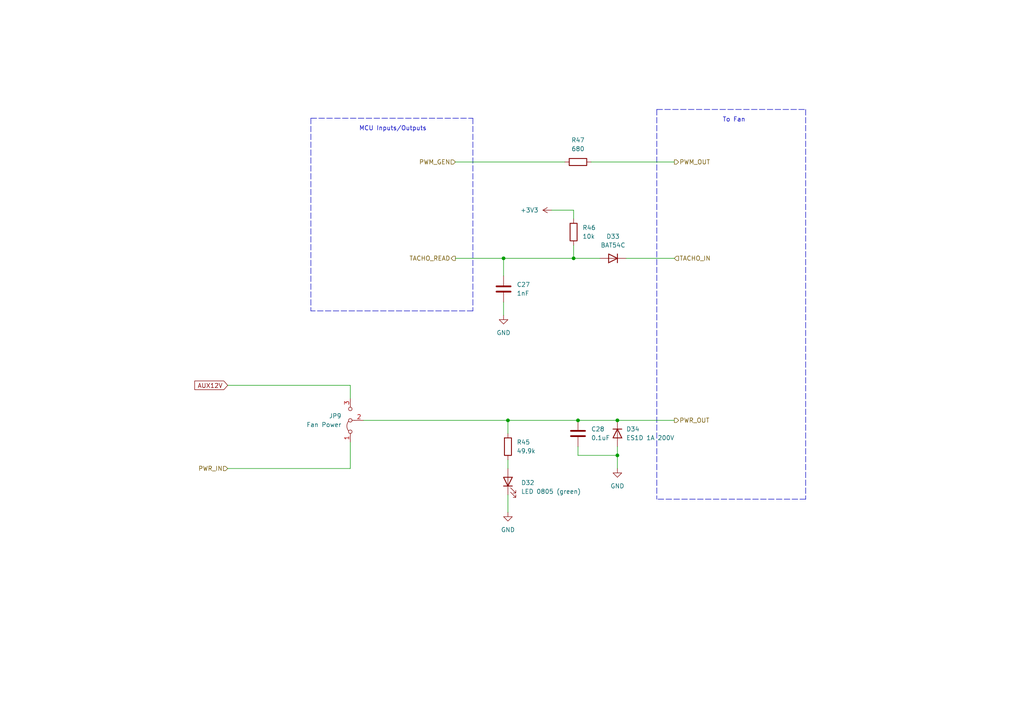
<source format=kicad_sch>
(kicad_sch (version 20211123) (generator eeschema)
  (paper "A4")
  (title_block (title "FanPico-0804 v1.2") (date "2022-03-11") (company "Timo Kokkonen <tjko@iki.fi>") (comment 3 "Fanpico firmware reference PCB."))
  (lib_symbols
    (symbol "Device:C" (pin_numbers hide) (pin_names (offset 0.254))
      (property "Reference" "C" (at 0.635 2.54 0))
      (property "Value" "C" (at 0.635 -2.54 0))
      (symbol "C_0_1"
        (polyline (pts (xy -2.032 -0.762) (xy 2.032 -0.762)) (stroke (width 0.508)))
        (polyline (pts (xy -2.032 0.762) (xy 2.032 0.762)) (stroke (width 0.508)))
      )
      (symbol "C_1_1"
        (pin passive line (at 0 3.81 270) (length 2.794) (name "~") (number "1"))
        (pin passive line (at 0 -3.81 90) (length 2.794) (name "~") (number "2"))
      )
    )
    (symbol "Device:D" (pin_numbers hide) (pin_names (offset 1.016) hide)
      (property "Reference" "D" (at 0 2.54 0))
      (property "Value" "D" (at 0 -2.54 0))
      (symbol "D_0_1"
        (polyline (pts (xy -1.27 1.27) (xy -1.27 -1.27)) (stroke (width 0.254)))
        (polyline (pts (xy 1.27 0) (xy -1.27 0)))
        (polyline (pts (xy 1.27 1.27) (xy 1.27 -1.27) (xy -1.27 0) (xy 1.27 1.27)) (stroke (width 0.254)))
      )
      (symbol "D_1_1"
        (pin passive line (at -3.81 0 0) (length 2.54) (name "K") (number "1"))
        (pin passive line (at 3.81 0 180) (length 2.54) (name "A") (number "2"))
      )
    )
    (symbol "Device:LED" (pin_numbers hide) (pin_names (offset 1.016) hide)
      (property "Reference" "D" (at 0 2.54 0))
      (property "Value" "LED" (at 0 -2.54 0))
      (symbol "LED_0_1"
        (polyline (pts (xy -1.27 -1.27) (xy -1.27 1.27)) (stroke (width 0.254)))
        (polyline (pts (xy -1.27 0) (xy 1.27 0)))
        (polyline (pts (xy 1.27 -1.27) (xy 1.27 1.27) (xy -1.27 0) (xy 1.27 -1.27)) (stroke (width 0.254)))
        (polyline (pts (xy -3.048 -0.762) (xy -4.572 -2.286) (xy -3.81 -2.286) (xy -4.572 -2.286) (xy -4.572 -1.524)))
        (polyline (pts (xy -1.778 -0.762) (xy -3.302 -2.286) (xy -2.54 -2.286) (xy -3.302 -2.286) (xy -3.302 -1.524)))
      )
      (symbol "LED_1_1"
        (pin passive line (at -3.81 0 0) (length 2.54) (name "K") (number "1"))
        (pin passive line (at 3.81 0 180) (length 2.54) (name "A") (number "2"))
      )
    )
    (symbol "Device:R" (pin_numbers hide) (pin_names (offset 0))
      (property "Reference" "R" (at 2.032 0 90))
      (property "Value" "R" (at 0 0 90))
      (symbol "R_0_1"
        (rectangle (start -1.016 -2.54) (end 1.016 2.54) (stroke (width 0.254)))
      )
      (symbol "R_1_1"
        (pin passive line (at 0 3.81 270) (length 1.27) (name "~") (number "1"))
        (pin passive line (at 0 -3.81 90) (length 1.27) (name "~") (number "2"))
      )
    )
    (symbol "Jumper:Jumper_3_Bridged12" (pin_names (offset 0) hide)
      (property "Reference" "JP" (at -2.54 -2.54 0))
      (property "Value" "Jumper_3_Bridged12" (at 0 2.794 0))
      (symbol "Jumper_3_Bridged12_0_0"
        (circle (center -3.302 0) (radius 0.508))
        (circle (center 0 0) (radius 0.508))
        (circle (center 3.302 0) (radius 0.508))
      )
      (symbol "Jumper_3_Bridged12_0_1"
        (arc (start -0.254 0.508) (mid -1.651 0.9912) (end -3.048 0.508))
        (polyline (pts (xy 0 -1.27) (xy 0 -0.508)))
      )
      (symbol "Jumper_3_Bridged12_1_1"
        (pin passive line (at -6.35 0 0) (length 2.54) (name "A") (number "1"))
        (pin passive line (at 0 -3.81 90) (length 2.54) (name "C") (number "2"))
        (pin passive line (at 6.35 0 180) (length 2.54) (name "B") (number "3"))
      )
    )
    (symbol "power:+3.3V" (power) (pin_names (offset 0))
      (property "Value" "+3.3V" (at 0 3.556 0))
      (symbol "+3.3V_0_1"
        (polyline (pts (xy -0.762 1.27) (xy 0 2.54)))
        (polyline (pts (xy 0 0) (xy 0 2.54)))
        (polyline (pts (xy 0 2.54) (xy 0.762 1.27)))
      )
      (symbol "+3.3V_1_1"
        (pin power_in line (at 0 0 90) (length 0) hide (name "+3V3") (number "1"))
      )
    )
    (symbol "power:GND" (power) (pin_names (offset 0))
      (property "Value" "GND" (at 0 -3.81 0))
      (symbol "GND_0_1"
        (polyline (pts (xy 0 0) (xy 0 -1.27) (xy 1.27 -1.27) (xy 0 -2.54) (xy -1.27 -1.27) (xy 0 -1.27)))
      )
      (symbol "GND_1_1"
        (pin power_in line (at 0 0 270) (length 0) hide (name "GND") (number "1"))
      )
    )
  )
  (junction (at 147.32 121.92))
  (junction (at 146.05 74.93))
  (junction (at 167.64 121.92))
  (junction (at 179.07 132.08))
  (junction (at 179.07 121.92))
  (junction (at 166.37 74.93))
  (polyline (pts (xy 233.68 144.78) (xy 190.5 144.78)))
  (wire (pts (xy 147.32 143.51) (xy 147.32 148.59)))
  (wire (pts (xy 101.6 135.89) (xy 101.6 128.27)))
  (wire (pts (xy 179.07 132.08) (xy 179.07 135.89)))
  (wire (pts (xy 166.37 60.96) (xy 166.37 63.5)))
  (polyline (pts (xy 233.68 31.75) (xy 233.68 144.78)))
  (wire (pts (xy 167.64 129.54) (xy 167.64 132.08)))
  (wire (pts (xy 166.37 71.12) (xy 166.37 74.93)))
  (wire (pts (xy 173.99 74.93) (xy 166.37 74.93)))
  (polyline (pts (xy 90.17 34.29) (xy 137.16 34.29)))
  (polyline (pts (xy 190.5 31.75) (xy 233.68 31.75)))
  (wire (pts (xy 171.45 46.99) (xy 195.58 46.99)))
  (polyline (pts (xy 137.16 90.17) (xy 90.17 90.17)))
  (wire (pts (xy 147.32 121.92) (xy 147.32 125.73)))
  (wire (pts (xy 147.32 133.35) (xy 147.32 135.89)))
  (wire (pts (xy 146.05 87.63) (xy 146.05 91.44)))
  (wire (pts (xy 66.04 135.89) (xy 101.6 135.89)))
  (polyline (pts (xy 90.17 34.29) (xy 90.17 90.17)))
  (wire (pts (xy 181.61 74.93) (xy 195.58 74.93)))
  (wire (pts (xy 105.41 121.92) (xy 147.32 121.92)))
  (wire (pts (xy 179.07 129.54) (xy 179.07 132.08)))
  (wire (pts (xy 179.07 121.92) (xy 195.58 121.92)))
  (wire (pts (xy 146.05 74.93) (xy 132.08 74.93)))
  (wire (pts (xy 146.05 74.93) (xy 146.05 80.01)))
  (wire (pts (xy 167.64 121.92) (xy 179.07 121.92)))
  (wire (pts (xy 166.37 74.93) (xy 146.05 74.93)))
  (wire (pts (xy 147.32 121.92) (xy 167.64 121.92)))
  (polyline (pts (xy 190.5 31.75) (xy 190.5 144.78)))
  (wire (pts (xy 167.64 132.08) (xy 179.07 132.08)))
  (wire (pts (xy 101.6 111.76) (xy 66.04 111.76)))
  (wire (pts (xy 132.08 46.99) (xy 163.83 46.99)))
  (wire (pts (xy 160.02 60.96) (xy 166.37 60.96)))
  (wire (pts (xy 101.6 115.57) (xy 101.6 111.76)))
  (polyline (pts (xy 137.16 34.29) (xy 137.16 90.17)))
  (text "MCU Inputs/Outputs" (at 104.14 38.1 0) (effects (font (size 1.27 1.27)) (justify left bottom)))
  (text "To Fan" (at 209.55 35.56 0) (effects (font (size 1.27 1.27)) (justify left bottom)))
  (global_label "AUX12V" (shape input) (at 66.04 111.76 180) (property "Intersheet References" "${INTERSHEET_REFS}" (effects hide)))
  (hierarchical_label "PWR_OUT" (shape output) (at 195.58 121.92 0))
  (hierarchical_label "TACHO_READ" (shape output) (at 132.08 74.93 180))
  (hierarchical_label "TACHO_IN" (shape input) (at 195.58 74.93 0))
  (hierarchical_label "PWM_GEN" (shape input) (at 132.08 46.99 180))
  (hierarchical_label "PWM_OUT" (shape output) (at 195.58 46.99 0))
  (hierarchical_label "PWR_IN" (shape input) (at 66.04 135.89 180))
  (symbol (lib_id "power:GND") (at 147.32 148.59 0)
    (property "Reference" "#PWR079" (effects hide))
    (property "Value" "GND" (at 147.32 153.67 0))
  )
  (symbol (lib_id "power:GND") (at 146.05 91.44 0)
    (property "Reference" "#PWR078" (effects hide))
    (property "Value" "GND" (at 146.05 96.52 0))
  )
  (symbol (lib_id "power:+3.3V") (at 160.02 60.96 90)
    (property "Reference" "#PWR080" (effects hide))
    (property "Value" "+3.3V" (at 156.21 60.9599 90) (effects (justify left)))
  )
  (symbol (lib_id "Device:C") (at 146.05 83.82 0)
    (property "Reference" "C27" (at 149.86 82.5499 0) (effects (justify left)))
    (property "Value" "1nF" (at 149.86 85.0899 0) (effects (justify left)))
    (property "Footprint" "Capacitor_SMD:C_0603_1608Metric_Pad1.08x0.95mm_HandSolder" (effects hide))
  )
  (symbol (lib_id "Device:C") (at 167.64 125.73 0)
    (property "Reference" "C28" (at 171.45 124.4599 0) (effects (justify left)))
    (property "Value" "0.1uF" (at 171.45 126.9999 0) (effects (justify left)))
    (property "Footprint" "Capacitor_SMD:C_0603_1608Metric_Pad1.08x0.95mm_HandSolder" (effects hide))
  )
  (symbol (lib_id "Device:R") (at 147.32 129.54 0)
    (property "Reference" "R45" (at 149.86 128.2699 0) (effects (justify left)))
    (property "Value" "49.9k" (at 149.86 130.8099 0) (effects (justify left)))
    (property "Footprint" "Resistor_SMD:R_0603_1608Metric_Pad0.98x0.95mm_HandSolder" (effects hide))
  )
  (symbol (lib_id "Device:R") (at 166.37 67.31 180)
    (property "Reference" "R46" (at 168.91 66.0399 0) (effects (justify right)))
    (property "Value" "10k" (at 168.91 68.5799 0) (effects (justify right)))
    (property "Footprint" "Resistor_SMD:R_0603_1608Metric_Pad0.98x0.95mm_HandSolder" (effects hide))
  )
  (symbol (lib_id "Jumper:Jumper_3_Bridged12") (at 101.6 121.92 90)
    (property "Reference" "JP9" (at 99.06 120.6499 90) (effects (justify left)))
    (property "Value" "Fan Power" (at 99.06 123.1899 90) (effects (justify left)))
    (property "Footprint" "Connector_PinHeader_2.54mm:PinHeader_1x03_P2.54mm_Vertical" (effects hide))
  )
  (symbol (lib_id "Device:D") (at 179.07 125.73 270)
    (property "Reference" "D34" (at 181.61 124.4599 90) (effects (justify left)))
    (property "Value" "ES1D 1A 200V" (at 181.61 126.9999 90) (effects (justify left)))
    (property "Footprint" "Diode_SMD:D_SMA_Handsoldering" (effects hide))
  )
  (symbol (lib_id "Device:D") (at 177.8 74.93 180)
    (property "Reference" "D33" (at 177.8 68.58 0))
    (property "Value" "BAT54C" (at 177.8 71.12 0))
    (property "Footprint" "Diode_SMD:D_SOT-23_ANK" (effects hide))
  )
  (symbol (lib_id "power:GND") (at 179.07 135.89 0)
    (property "Reference" "#PWR081" (effects hide))
    (property "Value" "GND" (at 179.07 140.97 0))
  )
  (symbol (lib_id "Device:R") (at 167.64 46.99 90)
    (property "Reference" "R47" (at 167.64 40.64 90))
    (property "Value" "680" (at 167.64 43.18 90))
    (property "Footprint" "Resistor_SMD:R_0603_1608Metric_Pad0.98x0.95mm_HandSolder" (effects hide))
  )
  (symbol (lib_id "Device:LED") (at 147.32 139.7 90)
    (property "Reference" "D32" (at 151.13 140.0174 90) (effects (justify right)))
    (property "Value" "LED 0805 (green)" (at 151.13 142.5574 90) (effects (justify right)))
    (property "Footprint" "LED_SMD:LED_0805_2012Metric_Pad1.15x1.40mm_HandSolder" (effects hide))
  )
)
</source>
